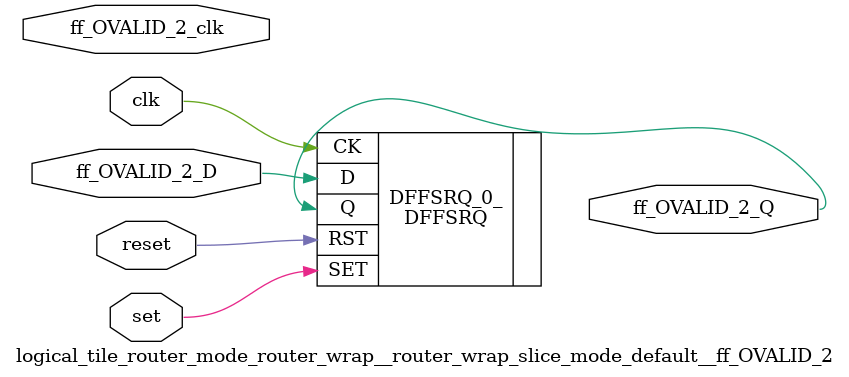
<source format=v>
`default_nettype none

module logical_tile_router_mode_router_wrap__router_wrap_slice_mode_default__ff_OVALID_2(set,
                                                                                         reset,
                                                                                         clk,
                                                                                         ff_OVALID_2_D,
                                                                                         ff_OVALID_2_Q,
                                                                                         ff_OVALID_2_clk);
//----- GLOBAL PORTS -----
input [0:0] set;
//----- GLOBAL PORTS -----
input [0:0] reset;
//----- GLOBAL PORTS -----
input [0:0] clk;
//----- INPUT PORTS -----
input [0:0] ff_OVALID_2_D;
//----- OUTPUT PORTS -----
output [0:0] ff_OVALID_2_Q;
//----- CLOCK PORTS -----
input [0:0] ff_OVALID_2_clk;

//----- BEGIN wire-connection ports -----
wire [0:0] ff_OVALID_2_D;
wire [0:0] ff_OVALID_2_Q;
wire [0:0] ff_OVALID_2_clk;
//----- END wire-connection ports -----


//----- BEGIN Registered ports -----
//----- END Registered ports -----



// ----- BEGIN Local short connections -----
// ----- END Local short connections -----
// ----- BEGIN Local output short connections -----
// ----- END Local output short connections -----

	DFFSRQ DFFSRQ_0_ (
		.SET(set),
		.RST(reset),
		.CK(clk),
		.D(ff_OVALID_2_D),
		.Q(ff_OVALID_2_Q));

endmodule
// ----- END Verilog module for logical_tile_router_mode_router_wrap__router_wrap_slice_mode_default__ff_OVALID_2 -----

//----- Default net type -----
`default_nettype wire




</source>
